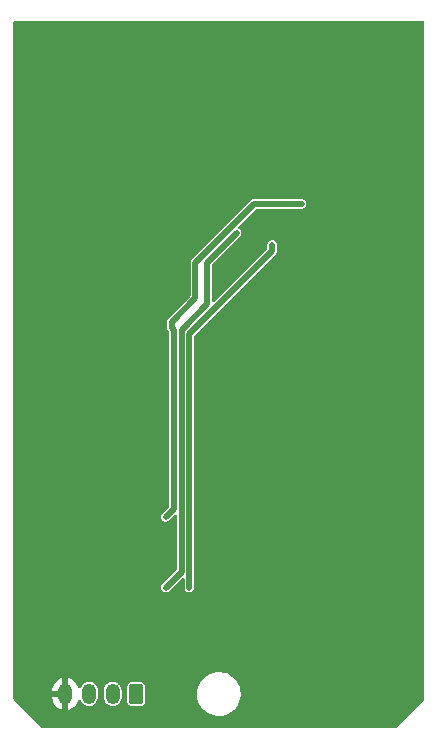
<source format=gbr>
G04 #@! TF.GenerationSoftware,KiCad,Pcbnew,7.0.0-da2b9df05c~163~ubuntu22.04.1*
G04 #@! TF.CreationDate,2023-02-22T18:49:52+09:00*
G04 #@! TF.ProjectId,staticdetector,73746174-6963-4646-9574-6563746f722e,rev?*
G04 #@! TF.SameCoordinates,Original*
G04 #@! TF.FileFunction,Copper,L2,Bot*
G04 #@! TF.FilePolarity,Positive*
%FSLAX46Y46*%
G04 Gerber Fmt 4.6, Leading zero omitted, Abs format (unit mm)*
G04 Created by KiCad (PCBNEW 7.0.0-da2b9df05c~163~ubuntu22.04.1) date 2023-02-22 18:49:52*
%MOMM*%
%LPD*%
G01*
G04 APERTURE LIST*
G04 Aperture macros list*
%AMRoundRect*
0 Rectangle with rounded corners*
0 $1 Rounding radius*
0 $2 $3 $4 $5 $6 $7 $8 $9 X,Y pos of 4 corners*
0 Add a 4 corners polygon primitive as box body*
4,1,4,$2,$3,$4,$5,$6,$7,$8,$9,$2,$3,0*
0 Add four circle primitives for the rounded corners*
1,1,$1+$1,$2,$3*
1,1,$1+$1,$4,$5*
1,1,$1+$1,$6,$7*
1,1,$1+$1,$8,$9*
0 Add four rect primitives between the rounded corners*
20,1,$1+$1,$2,$3,$4,$5,0*
20,1,$1+$1,$4,$5,$6,$7,0*
20,1,$1+$1,$6,$7,$8,$9,0*
20,1,$1+$1,$8,$9,$2,$3,0*%
G04 Aperture macros list end*
G04 #@! TA.AperFunction,ComponentPad*
%ADD10O,1.200000X1.750000*%
G04 #@! TD*
G04 #@! TA.AperFunction,ComponentPad*
%ADD11RoundRect,0.250000X0.350000X0.625000X-0.350000X0.625000X-0.350000X-0.625000X0.350000X-0.625000X0*%
G04 #@! TD*
G04 #@! TA.AperFunction,ViaPad*
%ADD12C,0.500000*%
G04 #@! TD*
G04 #@! TA.AperFunction,ViaPad*
%ADD13C,6.000000*%
G04 #@! TD*
G04 #@! TA.AperFunction,Conductor*
%ADD14C,0.508000*%
G04 #@! TD*
G04 APERTURE END LIST*
D10*
X116999999Y-116999999D03*
X118999999Y-116999999D03*
X120999999Y-116999999D03*
D11*
X123000000Y-117000000D03*
D12*
X125500000Y-102000000D03*
X134500000Y-79000000D03*
X127500000Y-108000000D03*
X131500000Y-78000000D03*
X125500000Y-108000000D03*
X137000000Y-75500000D03*
D13*
X137500000Y-98500000D03*
D14*
X137000000Y-75500000D02*
X133000000Y-75500000D01*
X133000000Y-75500000D02*
X128000000Y-80500000D01*
X126000000Y-85500000D02*
X126000000Y-86000000D01*
X128000000Y-80500000D02*
X128000000Y-83500000D01*
X128000000Y-83500000D02*
X126000000Y-85500000D01*
X126000000Y-86000000D02*
X126184000Y-86184000D01*
X126184000Y-86184000D02*
X126184000Y-101316000D01*
X126184000Y-101316000D02*
X125500000Y-102000000D01*
X131500000Y-78000000D02*
X129000000Y-80500000D01*
X129000000Y-80500000D02*
X129000000Y-84000000D01*
X129000000Y-84000000D02*
X126842000Y-86158000D01*
X126842000Y-86158000D02*
X126842000Y-106658000D01*
X126842000Y-106658000D02*
X125500000Y-108000000D01*
X134500000Y-79500000D02*
X134500000Y-79000000D01*
X127500000Y-108000000D02*
X127500000Y-86500000D01*
X127500000Y-86500000D02*
X134500000Y-79500000D01*
G04 #@! TA.AperFunction,Conductor*
G36*
X147337500Y-60016613D02*
G01*
X147382887Y-60062000D01*
X147399500Y-60124000D01*
X147399500Y-117407010D01*
X147390061Y-117454463D01*
X147363181Y-117494691D01*
X144994691Y-119863181D01*
X144954463Y-119890061D01*
X144907010Y-119899500D01*
X115092990Y-119899500D01*
X115045537Y-119890061D01*
X115005309Y-119863181D01*
X112636819Y-117494691D01*
X112609939Y-117454463D01*
X112600500Y-117407010D01*
X112600500Y-117324450D01*
X115900000Y-117324450D01*
X115900280Y-117330339D01*
X115914403Y-117478242D01*
X115916630Y-117489793D01*
X115972487Y-117680026D01*
X115976853Y-117690932D01*
X116067704Y-117867159D01*
X116074064Y-117877055D01*
X116196617Y-118032894D01*
X116204735Y-118041408D01*
X116354572Y-118171243D01*
X116364149Y-118178062D01*
X116535846Y-118277191D01*
X116546549Y-118282079D01*
X116733904Y-118346924D01*
X116739488Y-118348279D01*
X116747681Y-118347693D01*
X116750000Y-118337036D01*
X116750000Y-118332181D01*
X117250000Y-118332181D01*
X117252505Y-118343072D01*
X117263679Y-118342939D01*
X117355670Y-118320622D01*
X117366788Y-118316774D01*
X117547121Y-118234419D01*
X117557319Y-118228531D01*
X117718806Y-118113536D01*
X117727703Y-118105827D01*
X117864517Y-117962341D01*
X117871784Y-117953100D01*
X117978971Y-117786314D01*
X117984363Y-117775856D01*
X118058049Y-117591798D01*
X118061361Y-117580516D01*
X118063436Y-117569751D01*
X118091223Y-117512311D01*
X118143893Y-117476293D01*
X118207500Y-117471234D01*
X118265202Y-117498475D01*
X118301718Y-117550801D01*
X118324763Y-117614117D01*
X118328733Y-117620153D01*
X118328735Y-117620157D01*
X118395313Y-117721383D01*
X118421170Y-117760696D01*
X118548782Y-117881092D01*
X118700719Y-117968812D01*
X118868790Y-118019130D01*
X119043935Y-118029331D01*
X119216711Y-117998865D01*
X119377804Y-117929377D01*
X119518530Y-117824610D01*
X119631302Y-117690214D01*
X119710040Y-117533433D01*
X119750500Y-117362721D01*
X119750500Y-117318709D01*
X120249500Y-117318709D01*
X120249916Y-117322275D01*
X120249917Y-117322278D01*
X120263920Y-117442084D01*
X120263921Y-117442090D01*
X120264759Y-117449255D01*
X120267226Y-117456034D01*
X120267228Y-117456041D01*
X120312533Y-117580516D01*
X120324763Y-117614117D01*
X120328733Y-117620153D01*
X120328735Y-117620157D01*
X120395313Y-117721383D01*
X120421170Y-117760696D01*
X120548782Y-117881092D01*
X120700719Y-117968812D01*
X120868790Y-118019130D01*
X121043935Y-118029331D01*
X121216711Y-117998865D01*
X121377804Y-117929377D01*
X121518530Y-117824610D01*
X121631302Y-117690214D01*
X121650665Y-117651659D01*
X122249500Y-117651659D01*
X122249501Y-117656518D01*
X122250261Y-117661320D01*
X122250262Y-117661326D01*
X122253224Y-117680026D01*
X122264354Y-117750304D01*
X122268780Y-117758991D01*
X122268782Y-117758996D01*
X122316301Y-117852256D01*
X122321950Y-117863342D01*
X122411658Y-117953050D01*
X122524696Y-118010646D01*
X122618481Y-118025500D01*
X123381518Y-118025499D01*
X123475304Y-118010646D01*
X123588342Y-117953050D01*
X123678050Y-117863342D01*
X123735646Y-117750304D01*
X123750500Y-117656519D01*
X123750500Y-117067765D01*
X128145788Y-117067765D01*
X128146282Y-117072262D01*
X128146283Y-117072267D01*
X128174917Y-117332506D01*
X128174918Y-117332513D01*
X128175414Y-117337018D01*
X128176559Y-117341398D01*
X128176561Y-117341408D01*
X128239073Y-117580516D01*
X128243928Y-117599088D01*
X128245693Y-117603242D01*
X128245696Y-117603250D01*
X128348099Y-117844223D01*
X128349870Y-117848390D01*
X128352226Y-117852251D01*
X128352229Y-117852256D01*
X128488618Y-118075737D01*
X128490982Y-118079610D01*
X128567239Y-118171243D01*
X128655409Y-118277191D01*
X128664255Y-118287820D01*
X128667630Y-118290844D01*
X128667631Y-118290845D01*
X128772330Y-118384656D01*
X128865998Y-118468582D01*
X129091910Y-118618044D01*
X129337176Y-118733020D01*
X129596569Y-118811060D01*
X129864561Y-118850500D01*
X130065369Y-118850500D01*
X130067631Y-118850500D01*
X130270156Y-118835677D01*
X130534553Y-118776780D01*
X130787558Y-118680014D01*
X131023777Y-118547441D01*
X131238177Y-118381888D01*
X131426186Y-118186881D01*
X131583799Y-117966579D01*
X131707656Y-117725675D01*
X131795118Y-117469305D01*
X131844319Y-117202933D01*
X131854212Y-116932235D01*
X131824586Y-116662982D01*
X131756072Y-116400912D01*
X131650130Y-116151610D01*
X131509018Y-115920390D01*
X131335745Y-115712180D01*
X131280817Y-115662964D01*
X131137382Y-115534446D01*
X131137378Y-115534442D01*
X131134002Y-115531418D01*
X130908090Y-115381956D01*
X130903996Y-115380036D01*
X130903991Y-115380034D01*
X130666929Y-115268904D01*
X130666925Y-115268902D01*
X130662824Y-115266980D01*
X130658477Y-115265672D01*
X130658474Y-115265671D01*
X130407772Y-115190246D01*
X130407771Y-115190245D01*
X130403431Y-115188940D01*
X130398957Y-115188281D01*
X130398950Y-115188280D01*
X130139913Y-115150158D01*
X130139907Y-115150157D01*
X130135439Y-115149500D01*
X129932369Y-115149500D01*
X129930120Y-115149664D01*
X129930109Y-115149665D01*
X129734363Y-115163992D01*
X129734359Y-115163992D01*
X129729844Y-115164323D01*
X129725426Y-115165307D01*
X129725420Y-115165308D01*
X129469877Y-115222232D01*
X129469861Y-115222236D01*
X129465447Y-115223220D01*
X129461216Y-115224838D01*
X129461210Y-115224840D01*
X129216673Y-115318367D01*
X129216663Y-115318371D01*
X129212442Y-115319986D01*
X129208494Y-115322201D01*
X129208489Y-115322204D01*
X128980176Y-115450340D01*
X128980171Y-115450343D01*
X128976223Y-115452559D01*
X128972639Y-115455325D01*
X128972635Y-115455329D01*
X128765407Y-115615343D01*
X128765394Y-115615354D01*
X128761823Y-115618112D01*
X128758685Y-115621366D01*
X128758678Y-115621373D01*
X128576958Y-115809857D01*
X128576952Y-115809864D01*
X128573814Y-115813119D01*
X128571189Y-115816787D01*
X128571179Y-115816800D01*
X128418834Y-116029740D01*
X128418830Y-116029745D01*
X128416201Y-116033421D01*
X128414132Y-116037444D01*
X128414129Y-116037450D01*
X128294416Y-116270293D01*
X128294411Y-116270304D01*
X128292344Y-116274325D01*
X128290884Y-116278602D01*
X128290879Y-116278616D01*
X128206348Y-116526395D01*
X128206344Y-116526407D01*
X128204882Y-116530695D01*
X128204057Y-116535159D01*
X128204057Y-116535161D01*
X128156504Y-116792606D01*
X128156502Y-116792619D01*
X128155681Y-116797067D01*
X128155515Y-116801593D01*
X128155515Y-116801599D01*
X128150576Y-116936762D01*
X128145788Y-117067765D01*
X123750500Y-117067765D01*
X123750499Y-116343482D01*
X123735646Y-116249696D01*
X123717297Y-116213685D01*
X123682480Y-116145353D01*
X123678050Y-116136658D01*
X123588342Y-116046950D01*
X123569697Y-116037450D01*
X123484000Y-115993785D01*
X123475304Y-115989354D01*
X123465667Y-115987827D01*
X123465662Y-115987826D01*
X123386339Y-115975263D01*
X123386333Y-115975262D01*
X123381519Y-115974500D01*
X123376640Y-115974500D01*
X122623352Y-115974500D01*
X122623339Y-115974500D01*
X122618482Y-115974501D01*
X122613680Y-115975261D01*
X122613673Y-115975262D01*
X122534331Y-115987828D01*
X122534330Y-115987828D01*
X122524696Y-115989354D01*
X122516010Y-115993779D01*
X122516003Y-115993782D01*
X122420353Y-116042519D01*
X122420349Y-116042521D01*
X122411658Y-116046950D01*
X122404759Y-116053848D01*
X122404756Y-116053851D01*
X122328851Y-116129756D01*
X122328848Y-116129759D01*
X122321950Y-116136658D01*
X122317521Y-116145349D01*
X122317519Y-116145353D01*
X122277374Y-116224143D01*
X122264354Y-116249696D01*
X122262827Y-116259330D01*
X122262826Y-116259337D01*
X122250263Y-116338660D01*
X122250262Y-116338667D01*
X122249500Y-116343481D01*
X122249500Y-116348358D01*
X122249500Y-116348359D01*
X122249500Y-117651647D01*
X122249500Y-117651659D01*
X121650665Y-117651659D01*
X121710040Y-117533433D01*
X121750500Y-117362721D01*
X121750500Y-116681291D01*
X121735241Y-116550745D01*
X121726378Y-116526395D01*
X121704603Y-116466567D01*
X121675237Y-116385883D01*
X121650552Y-116348352D01*
X121582800Y-116245340D01*
X121582799Y-116245339D01*
X121578830Y-116239304D01*
X121451218Y-116118908D01*
X121444962Y-116115296D01*
X121305536Y-116034799D01*
X121305534Y-116034798D01*
X121299281Y-116031188D01*
X121266846Y-116021477D01*
X121138130Y-115982941D01*
X121138123Y-115982939D01*
X121131210Y-115980870D01*
X121124001Y-115980450D01*
X121123995Y-115980449D01*
X120963274Y-115971088D01*
X120963266Y-115971088D01*
X120956065Y-115970669D01*
X120948953Y-115971922D01*
X120948953Y-115971923D01*
X120790405Y-115999880D01*
X120790403Y-115999880D01*
X120783289Y-116001135D01*
X120776656Y-116003995D01*
X120776653Y-116003997D01*
X120628830Y-116067761D01*
X120628827Y-116067762D01*
X120622196Y-116070623D01*
X120616405Y-116074933D01*
X120616400Y-116074937D01*
X120487261Y-116171078D01*
X120487257Y-116171081D01*
X120481470Y-116175390D01*
X120476832Y-116180916D01*
X120476828Y-116180921D01*
X120373339Y-116304254D01*
X120373335Y-116304259D01*
X120368698Y-116309786D01*
X120365460Y-116316231D01*
X120365458Y-116316236D01*
X120293199Y-116460116D01*
X120293196Y-116460121D01*
X120289960Y-116466567D01*
X120288295Y-116473589D01*
X120288294Y-116473594D01*
X120251165Y-116630250D01*
X120251164Y-116630257D01*
X120249500Y-116637279D01*
X120249500Y-117318709D01*
X119750500Y-117318709D01*
X119750500Y-116681291D01*
X119735241Y-116550745D01*
X119726378Y-116526395D01*
X119704603Y-116466567D01*
X119675237Y-116385883D01*
X119650552Y-116348352D01*
X119582800Y-116245340D01*
X119582799Y-116245339D01*
X119578830Y-116239304D01*
X119451218Y-116118908D01*
X119444962Y-116115296D01*
X119305536Y-116034799D01*
X119305534Y-116034798D01*
X119299281Y-116031188D01*
X119266846Y-116021477D01*
X119138130Y-115982941D01*
X119138123Y-115982939D01*
X119131210Y-115980870D01*
X119124001Y-115980450D01*
X119123995Y-115980449D01*
X118963274Y-115971088D01*
X118963266Y-115971088D01*
X118956065Y-115970669D01*
X118948953Y-115971922D01*
X118948953Y-115971923D01*
X118790405Y-115999880D01*
X118790403Y-115999880D01*
X118783289Y-116001135D01*
X118776656Y-116003995D01*
X118776653Y-116003997D01*
X118628830Y-116067761D01*
X118628827Y-116067762D01*
X118622196Y-116070623D01*
X118616405Y-116074933D01*
X118616400Y-116074937D01*
X118487261Y-116171078D01*
X118487257Y-116171081D01*
X118481470Y-116175390D01*
X118476832Y-116180916D01*
X118476828Y-116180921D01*
X118373339Y-116304254D01*
X118373335Y-116304259D01*
X118368698Y-116309786D01*
X118365459Y-116316235D01*
X118365454Y-116316243D01*
X118292673Y-116461161D01*
X118254642Y-116505905D01*
X118200288Y-116528133D01*
X118141802Y-116522861D01*
X118092301Y-116491269D01*
X118062886Y-116440445D01*
X118027512Y-116319973D01*
X118023146Y-116309067D01*
X117932295Y-116132840D01*
X117925935Y-116122944D01*
X117803382Y-115967105D01*
X117795264Y-115958591D01*
X117645427Y-115828756D01*
X117635850Y-115821937D01*
X117464153Y-115722808D01*
X117453450Y-115717920D01*
X117266095Y-115653075D01*
X117260511Y-115651720D01*
X117252318Y-115652306D01*
X117250000Y-115662964D01*
X117250000Y-118332181D01*
X116750000Y-118332181D01*
X116750000Y-117266326D01*
X116746549Y-117253450D01*
X116733674Y-117250000D01*
X115916326Y-117250000D01*
X115903450Y-117253450D01*
X115900000Y-117266326D01*
X115900000Y-117324450D01*
X112600500Y-117324450D01*
X112600500Y-116733674D01*
X115900000Y-116733674D01*
X115903450Y-116746549D01*
X115916326Y-116750000D01*
X116733674Y-116750000D01*
X116746549Y-116746549D01*
X116750000Y-116733674D01*
X116750000Y-115667819D01*
X116747494Y-115656927D01*
X116736320Y-115657060D01*
X116644329Y-115679377D01*
X116633211Y-115683225D01*
X116452878Y-115765580D01*
X116442680Y-115771468D01*
X116281193Y-115886463D01*
X116272296Y-115894172D01*
X116135482Y-116037658D01*
X116128215Y-116046899D01*
X116021028Y-116213685D01*
X116015636Y-116224143D01*
X115941950Y-116408201D01*
X115938637Y-116419484D01*
X115901117Y-116614165D01*
X115900000Y-116625866D01*
X115900000Y-116733674D01*
X112600500Y-116733674D01*
X112600500Y-108000000D01*
X125094508Y-108000000D01*
X125095500Y-108006263D01*
X125095500Y-108064066D01*
X125113361Y-108119040D01*
X125114354Y-108125304D01*
X125117232Y-108130954D01*
X125135095Y-108185929D01*
X125169072Y-108232694D01*
X125171950Y-108238342D01*
X125176432Y-108242824D01*
X125177605Y-108244438D01*
X125177606Y-108244441D01*
X125179919Y-108247624D01*
X125210410Y-108289590D01*
X125257175Y-108323567D01*
X125261658Y-108328050D01*
X125267305Y-108330927D01*
X125268917Y-108332098D01*
X125268918Y-108332099D01*
X125306177Y-108359170D01*
X125306178Y-108359170D01*
X125314071Y-108364905D01*
X125369045Y-108382767D01*
X125374696Y-108385646D01*
X125380959Y-108386638D01*
X125435934Y-108404500D01*
X125493737Y-108404500D01*
X125500000Y-108405492D01*
X125506263Y-108404500D01*
X125564066Y-108404500D01*
X125619040Y-108386638D01*
X125625304Y-108385646D01*
X125630954Y-108382767D01*
X125685929Y-108364905D01*
X125732694Y-108330927D01*
X125738342Y-108328050D01*
X125742823Y-108323568D01*
X125763515Y-108308535D01*
X126883819Y-107188229D01*
X126933182Y-107157980D01*
X126990898Y-107153438D01*
X127044385Y-107175593D01*
X127081985Y-107219616D01*
X127095500Y-107275911D01*
X127095500Y-107993737D01*
X127094508Y-108000000D01*
X127095500Y-108006263D01*
X127095500Y-108031834D01*
X127096262Y-108036647D01*
X127096263Y-108036656D01*
X127108974Y-108116912D01*
X127108975Y-108116916D01*
X127110502Y-108126555D01*
X127168674Y-108240723D01*
X127259277Y-108331326D01*
X127313920Y-108359168D01*
X127364748Y-108385067D01*
X127364750Y-108385067D01*
X127373445Y-108389498D01*
X127500000Y-108409542D01*
X127626555Y-108389498D01*
X127740723Y-108331326D01*
X127831326Y-108240723D01*
X127889498Y-108126555D01*
X127904500Y-108031834D01*
X127904500Y-108006263D01*
X127905492Y-108000000D01*
X127904500Y-107993737D01*
X127904500Y-86718912D01*
X127913939Y-86671459D01*
X127940819Y-86631231D01*
X131290962Y-83281088D01*
X134808535Y-79763515D01*
X134808537Y-79763511D01*
X134831326Y-79740723D01*
X134841529Y-79720696D01*
X134851692Y-79704113D01*
X134864905Y-79685929D01*
X134871848Y-79664558D01*
X134879299Y-79646569D01*
X134889498Y-79626555D01*
X134893014Y-79604353D01*
X134897552Y-79585447D01*
X134904500Y-79564066D01*
X134904500Y-79435934D01*
X134904500Y-79006263D01*
X134905492Y-79000000D01*
X134904500Y-78993737D01*
X134904500Y-78968166D01*
X134889498Y-78873445D01*
X134831326Y-78759277D01*
X134740723Y-78668674D01*
X134732027Y-78664243D01*
X134635251Y-78614932D01*
X134635246Y-78614930D01*
X134626555Y-78610502D01*
X134616918Y-78608975D01*
X134616913Y-78608974D01*
X134509641Y-78591985D01*
X134500000Y-78590458D01*
X134490359Y-78591985D01*
X134383086Y-78608974D01*
X134383079Y-78608976D01*
X134373445Y-78610502D01*
X134364755Y-78614929D01*
X134364748Y-78614932D01*
X134267972Y-78664243D01*
X134267969Y-78664245D01*
X134259277Y-78668674D01*
X134252378Y-78675572D01*
X134252375Y-78675575D01*
X134175575Y-78752375D01*
X134175572Y-78752378D01*
X134168674Y-78759277D01*
X134164245Y-78767969D01*
X134164243Y-78767972D01*
X134114933Y-78864748D01*
X134110502Y-78873445D01*
X134108975Y-78883081D01*
X134108974Y-78883087D01*
X134096263Y-78963343D01*
X134096262Y-78963353D01*
X134095500Y-78968166D01*
X134095500Y-78993737D01*
X134094508Y-79000000D01*
X134095500Y-79006263D01*
X134095500Y-79008260D01*
X134095500Y-79281088D01*
X134086061Y-79328541D01*
X134059181Y-79368769D01*
X129616181Y-83811769D01*
X129566818Y-83842019D01*
X129509102Y-83846561D01*
X129455615Y-83824406D01*
X129418015Y-83780383D01*
X129404500Y-83724088D01*
X129404500Y-80718912D01*
X129413939Y-80671459D01*
X129440819Y-80631231D01*
X130517741Y-79554309D01*
X131808535Y-78263515D01*
X131823568Y-78242823D01*
X131828050Y-78238342D01*
X131830927Y-78232694D01*
X131864905Y-78185929D01*
X131882767Y-78130954D01*
X131885646Y-78125304D01*
X131886638Y-78119040D01*
X131904500Y-78064066D01*
X131904500Y-78006263D01*
X131905492Y-78000000D01*
X131904500Y-77993737D01*
X131904500Y-77935934D01*
X131886638Y-77880959D01*
X131885646Y-77874696D01*
X131882767Y-77869045D01*
X131864905Y-77814071D01*
X131830927Y-77767305D01*
X131828050Y-77761658D01*
X131823567Y-77757175D01*
X131789590Y-77710410D01*
X131781698Y-77704676D01*
X131744441Y-77677606D01*
X131744438Y-77677605D01*
X131742824Y-77676432D01*
X131738342Y-77671950D01*
X131732694Y-77669072D01*
X131685929Y-77635095D01*
X131676647Y-77632079D01*
X131671927Y-77629674D01*
X131627904Y-77592074D01*
X131605749Y-77538587D01*
X131610291Y-77480871D01*
X131640539Y-77431510D01*
X133131231Y-75940818D01*
X133171459Y-75913939D01*
X133218912Y-75904500D01*
X136993737Y-75904500D01*
X137000000Y-75905492D01*
X137006263Y-75904500D01*
X137031834Y-75904500D01*
X137126555Y-75889498D01*
X137240723Y-75831326D01*
X137331326Y-75740723D01*
X137389498Y-75626555D01*
X137409542Y-75500000D01*
X137389498Y-75373445D01*
X137331326Y-75259277D01*
X137240723Y-75168674D01*
X137126555Y-75110502D01*
X137116916Y-75108975D01*
X137116912Y-75108974D01*
X137036656Y-75096263D01*
X137036647Y-75096262D01*
X137031834Y-75095500D01*
X137026954Y-75095500D01*
X137008260Y-75095500D01*
X137006263Y-75095500D01*
X137000000Y-75094508D01*
X136993737Y-75095500D01*
X133064066Y-75095500D01*
X132935934Y-75095500D01*
X132926656Y-75098513D01*
X132926650Y-75098515D01*
X132914553Y-75102445D01*
X132895645Y-75106984D01*
X132883084Y-75108973D01*
X132883071Y-75108976D01*
X132873445Y-75110502D01*
X132864758Y-75114927D01*
X132864749Y-75114931D01*
X132853418Y-75120705D01*
X132835447Y-75128149D01*
X132823354Y-75132078D01*
X132823349Y-75132080D01*
X132814071Y-75135095D01*
X132806183Y-75140825D01*
X132806169Y-75140833D01*
X132795878Y-75148311D01*
X132779295Y-75158473D01*
X132759277Y-75168674D01*
X132752379Y-75175571D01*
X132752377Y-75175573D01*
X127675573Y-80252377D01*
X127675571Y-80252379D01*
X127668674Y-80259277D01*
X127664245Y-80267968D01*
X127664245Y-80267969D01*
X127658474Y-80279295D01*
X127648311Y-80295878D01*
X127640833Y-80306169D01*
X127640825Y-80306183D01*
X127635095Y-80314071D01*
X127632080Y-80323349D01*
X127632078Y-80323354D01*
X127628149Y-80335447D01*
X127620705Y-80353418D01*
X127614931Y-80364749D01*
X127614927Y-80364758D01*
X127610502Y-80373445D01*
X127608976Y-80383071D01*
X127608973Y-80383084D01*
X127606984Y-80395645D01*
X127602445Y-80414553D01*
X127598515Y-80426650D01*
X127598513Y-80426656D01*
X127595500Y-80435934D01*
X127595500Y-80445691D01*
X127595500Y-83281088D01*
X127586061Y-83328541D01*
X127559181Y-83368769D01*
X125675573Y-85252377D01*
X125675571Y-85252379D01*
X125668674Y-85259277D01*
X125664245Y-85267968D01*
X125664245Y-85267969D01*
X125658474Y-85279295D01*
X125648311Y-85295878D01*
X125640833Y-85306169D01*
X125640825Y-85306183D01*
X125635095Y-85314071D01*
X125632080Y-85323349D01*
X125632078Y-85323354D01*
X125628149Y-85335447D01*
X125620705Y-85353418D01*
X125614931Y-85364749D01*
X125614927Y-85364758D01*
X125610502Y-85373445D01*
X125608976Y-85383071D01*
X125608973Y-85383084D01*
X125606984Y-85395645D01*
X125602445Y-85414553D01*
X125598515Y-85426650D01*
X125598513Y-85426656D01*
X125595500Y-85435934D01*
X125595500Y-85468166D01*
X125595500Y-85935934D01*
X125595500Y-86064066D01*
X125598515Y-86073346D01*
X125598516Y-86073352D01*
X125602444Y-86085442D01*
X125606983Y-86104348D01*
X125608973Y-86116913D01*
X125608976Y-86116922D01*
X125610502Y-86126555D01*
X125614931Y-86135247D01*
X125614932Y-86135250D01*
X125620703Y-86146575D01*
X125628150Y-86164554D01*
X125635095Y-86185929D01*
X125640830Y-86193823D01*
X125640831Y-86193824D01*
X125648304Y-86204109D01*
X125658473Y-86220703D01*
X125668674Y-86240723D01*
X125675574Y-86247623D01*
X125675575Y-86247624D01*
X125691462Y-86263511D01*
X125691465Y-86263515D01*
X125743181Y-86315231D01*
X125770061Y-86355459D01*
X125779500Y-86402912D01*
X125779500Y-101097088D01*
X125770061Y-101144541D01*
X125743181Y-101184769D01*
X125194912Y-101733037D01*
X125194906Y-101733043D01*
X125191465Y-101736485D01*
X125188609Y-101740415D01*
X125188601Y-101740425D01*
X125177603Y-101755562D01*
X125177602Y-101755564D01*
X125176431Y-101757176D01*
X125171950Y-101761658D01*
X125169072Y-101767305D01*
X125167904Y-101768912D01*
X125167901Y-101768915D01*
X125140830Y-101806176D01*
X125140827Y-101806180D01*
X125135095Y-101814071D01*
X125132080Y-101823347D01*
X125132078Y-101823353D01*
X125117845Y-101867157D01*
X125117232Y-101869045D01*
X125114354Y-101874696D01*
X125113361Y-101880959D01*
X125112746Y-101882850D01*
X125112745Y-101882853D01*
X125098515Y-101926651D01*
X125098514Y-101926656D01*
X125095500Y-101935934D01*
X125095500Y-101993737D01*
X125094508Y-102000000D01*
X125095500Y-102006263D01*
X125095500Y-102064066D01*
X125113361Y-102119040D01*
X125114354Y-102125304D01*
X125117232Y-102130954D01*
X125135095Y-102185929D01*
X125169072Y-102232694D01*
X125171950Y-102238342D01*
X125176432Y-102242824D01*
X125177605Y-102244438D01*
X125177606Y-102244441D01*
X125204676Y-102281698D01*
X125210410Y-102289590D01*
X125257175Y-102323567D01*
X125261658Y-102328050D01*
X125267305Y-102330927D01*
X125268917Y-102332098D01*
X125268918Y-102332099D01*
X125306177Y-102359170D01*
X125306178Y-102359170D01*
X125314071Y-102364905D01*
X125369045Y-102382767D01*
X125374696Y-102385646D01*
X125380959Y-102386638D01*
X125435934Y-102404500D01*
X125493737Y-102404500D01*
X125500000Y-102405492D01*
X125506263Y-102404500D01*
X125564066Y-102404500D01*
X125619040Y-102386638D01*
X125625304Y-102385646D01*
X125630954Y-102382767D01*
X125685929Y-102364905D01*
X125732694Y-102330927D01*
X125738342Y-102328050D01*
X125742823Y-102323568D01*
X125763515Y-102308535D01*
X126225818Y-101846231D01*
X126275182Y-101815981D01*
X126332898Y-101811439D01*
X126386385Y-101833594D01*
X126423985Y-101877617D01*
X126437500Y-101933912D01*
X126437500Y-106439089D01*
X126428061Y-106486542D01*
X126401181Y-106526770D01*
X125194912Y-107733037D01*
X125194906Y-107733043D01*
X125191465Y-107736485D01*
X125188609Y-107740415D01*
X125188601Y-107740425D01*
X125177603Y-107755562D01*
X125177602Y-107755564D01*
X125176431Y-107757176D01*
X125171950Y-107761658D01*
X125169072Y-107767305D01*
X125167904Y-107768912D01*
X125167901Y-107768915D01*
X125140830Y-107806176D01*
X125140827Y-107806180D01*
X125135095Y-107814071D01*
X125132080Y-107823347D01*
X125132078Y-107823353D01*
X125117845Y-107867157D01*
X125117232Y-107869045D01*
X125114354Y-107874696D01*
X125113361Y-107880959D01*
X125112746Y-107882850D01*
X125112745Y-107882853D01*
X125098515Y-107926651D01*
X125098514Y-107926656D01*
X125095500Y-107935934D01*
X125095500Y-107993737D01*
X125094508Y-108000000D01*
X112600500Y-108000000D01*
X112600500Y-60124000D01*
X112617113Y-60062000D01*
X112662500Y-60016613D01*
X112724500Y-60000000D01*
X147275500Y-60000000D01*
X147337500Y-60016613D01*
G37*
G04 #@! TD.AperFunction*
M02*

</source>
